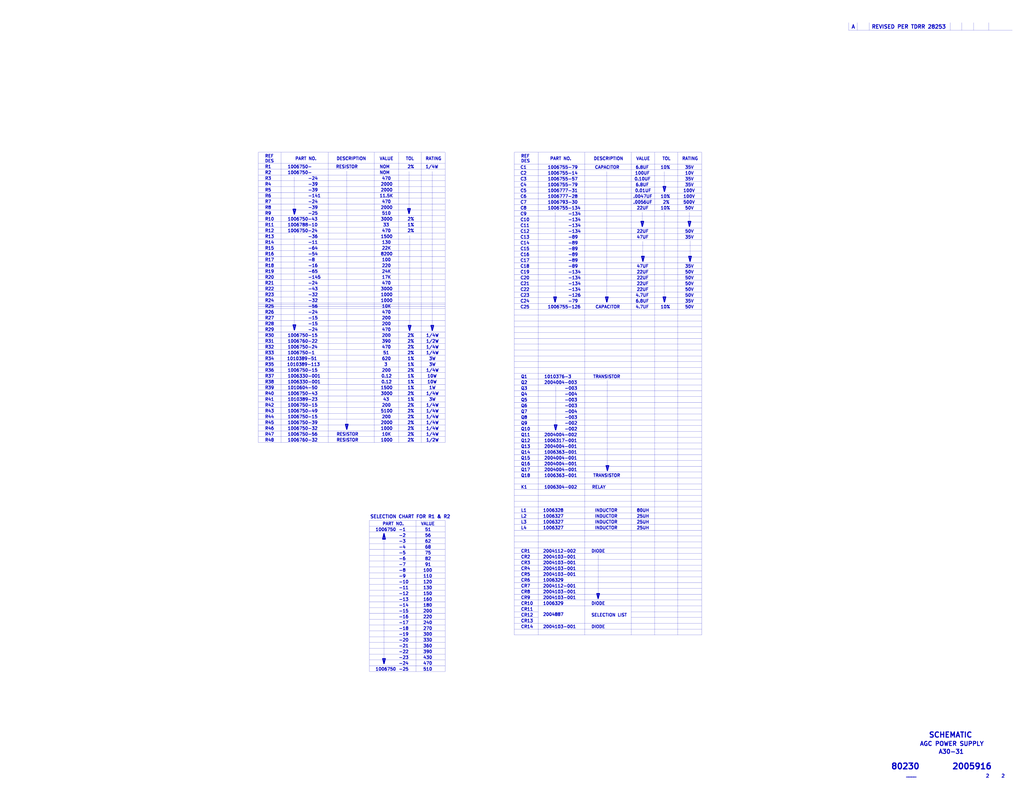
<source format=kicad_sch>
(kicad_sch (version 20211123) (generator eeschema)
  (paper "E")
  (polyline (pts (xy 714.375 693.42) (xy 714.375 166.37)) (stroke (width 0) (type solid)))
  (polyline (pts (xy 379.73 463.55) (xy 378.46 468.63)) (stroke (width 1.27) (type solid)))
  (polyline (pts (xy 281.94 318.135) (xy 485.775 318.135)) (stroke (width 0) (type solid)))
  (polyline (pts (xy 765.81 401.32) (xy 561.34 401.32)) (stroke (width 0) (type solid)))
  (polyline (pts (xy 447.04 257.175) (xy 447.04 361.315)) (stroke (width 0) (type solid)))
  (polyline (pts (xy 765.81 337.82) (xy 561.34 337.82)) (stroke (width 0) (type solid)))
  (polyline (pts (xy 403.225 669.925) (xy 485.775 669.925)) (stroke (width 0) (type solid)))
  (polyline (pts (xy 377.19 463.55) (xy 379.73 463.55)) (stroke (width 1.27) (type solid)))
  (polyline (pts (xy 281.94 470.535) (xy 485.775 470.535)) (stroke (width 0) (type solid)))
  (polyline (pts (xy 417.83 719.455) (xy 420.37 719.455)) (stroke (width 1.27) (type solid)))
  (polyline (pts (xy 765.81 585.47) (xy 561.34 585.47)) (stroke (width 0) (type solid)))
  (polyline (pts (xy 702.945 280.035) (xy 701.675 285.115)) (stroke (width 1.27) (type solid)))
  (polyline (pts (xy 403.225 619.125) (xy 485.775 619.125)) (stroke (width 0) (type solid)))
  (polyline (pts (xy 281.94 197.485) (xy 485.775 197.485)) (stroke (width 0) (type solid)))
  (polyline (pts (xy 445.135 227.965) (xy 446.405 233.045)) (stroke (width 1.27) (type solid)))
  (polyline (pts (xy 470.535 355.6) (xy 471.805 360.68)) (stroke (width 1.27) (type solid)))
  (polyline (pts (xy 403.225 714.375) (xy 485.775 714.375)) (stroke (width 0) (type solid)))
  (polyline (pts (xy 765.81 471.17) (xy 561.34 471.17)) (stroke (width 0) (type solid)))
  (polyline (pts (xy 751.84 280.035) (xy 753.11 285.115)) (stroke (width 1.27) (type solid)))
  (polyline (pts (xy 662.94 415.29) (xy 662.94 513.08)) (stroke (width 0) (type solid)))
  (polyline (pts (xy 281.94 305.435) (xy 485.775 305.435)) (stroke (width 0) (type solid)))
  (polyline (pts (xy 408.305 483.235) (xy 408.305 166.37)) (stroke (width 0) (type solid)))
  (polyline (pts (xy 281.94 413.385) (xy 485.775 413.385)) (stroke (width 0) (type solid)))
  (polyline (pts (xy 403.225 657.225) (xy 485.775 657.225)) (stroke (width 0) (type solid)))
  (polyline (pts (xy 485.775 733.425) (xy 485.775 568.325)) (stroke (width 0) (type solid)))
  (polyline (pts (xy 688.975 668.02) (xy 765.81 668.02)) (stroke (width 0) (type solid)))
  (polyline (pts (xy 752.475 231.775) (xy 752.475 247.015)) (stroke (width 0) (type solid)))
  (polyline (pts (xy 765.81 521.97) (xy 561.34 521.97)) (stroke (width 0) (type solid)))
  (polyline (pts (xy 281.94 381.635) (xy 485.775 381.635)) (stroke (width 0) (type solid)))
  (polyline (pts (xy 281.94 191.135) (xy 485.775 191.135)) (stroke (width 0) (type solid)))
  (polyline (pts (xy 403.225 688.975) (xy 485.775 688.975)) (stroke (width 0) (type solid)))
  (polyline (pts (xy 403.225 733.425) (xy 403.225 568.325)) (stroke (width 0) (type solid)))
  (polyline (pts (xy 765.81 547.37) (xy 561.34 547.37)) (stroke (width 0) (type solid)))
  (polyline (pts (xy 765.81 579.12) (xy 561.34 579.12)) (stroke (width 0) (type solid)))
  (polyline (pts (xy 765.81 553.72) (xy 561.34 553.72)) (stroke (width 0) (type solid)))
  (polyline (pts (xy 700.405 280.035) (xy 701.675 285.115)) (stroke (width 1.27) (type solid)))
  (polyline (pts (xy 281.94 394.335) (xy 485.775 394.335)) (stroke (width 0) (type solid)))
  (polyline (pts (xy 765.81 350.52) (xy 561.34 350.52)) (stroke (width 0) (type solid)))
  (polyline (pts (xy 403.225 638.175) (xy 485.775 638.175)) (stroke (width 0) (type solid)))
  (polyline (pts (xy 378.46 186.69) (xy 378.46 468.63)) (stroke (width 0) (type solid)))
  (polyline (pts (xy 281.94 324.485) (xy 485.775 324.485)) (stroke (width 0) (type solid)))
  (polyline (pts (xy 448.31 355.6) (xy 447.04 360.68)) (stroke (width 1.27) (type solid)))
  (polyline (pts (xy 661.67 508.635) (xy 662.94 513.715)) (stroke (width 1.27) (type solid)))
  (polyline (pts (xy 765.81 274.32) (xy 561.34 274.32)) (stroke (width 0) (type solid)))
  (polyline (pts (xy 1188.085 1697.99) (xy 1186.815 1692.91)) (stroke (width 1.27) (type solid)))
  (polyline (pts (xy 403.225 600.075) (xy 485.775 600.075)) (stroke (width 0) (type solid)))
  (polyline (pts (xy 765.81 598.17) (xy 561.34 598.17)) (stroke (width 0) (type solid)))
  (polyline (pts (xy 765.81 566.42) (xy 561.34 566.42)) (stroke (width 0) (type solid)))
  (polyline (pts (xy 765.81 223.52) (xy 561.34 223.52)) (stroke (width 0) (type solid)))
  (polyline (pts (xy 420.37 719.455) (xy 419.1 724.535)) (stroke (width 1.27) (type solid)))
  (polyline (pts (xy 765.81 623.57) (xy 561.34 623.57)) (stroke (width 0) (type solid)))
  (polyline (pts (xy 281.94 260.985) (xy 485.775 260.985)) (stroke (width 0) (type solid)))
  (polyline (pts (xy 605.79 231.775) (xy 605.79 330.2)) (stroke (width 0) (type solid)))
  (polyline (pts (xy 701.675 263.525) (xy 701.675 285.75)) (stroke (width 0) (type solid)))
  (polyline (pts (xy 445.135 227.965) (xy 447.675 227.965)) (stroke (width 1.27) (type solid)))
  (polyline (pts (xy 765.81 496.57) (xy 561.34 496.57)) (stroke (width 0) (type solid)))
  (polyline (pts (xy 281.94 349.885) (xy 485.775 349.885)) (stroke (width 0) (type solid)))
  (polyline (pts (xy 1188.085 1697.99) (xy 1185.545 1697.99)) (stroke (width 1.27) (type solid)))
  (polyline (pts (xy 485.775 166.37) (xy 485.775 483.235)) (stroke (width 0) (type solid)))
  (polyline (pts (xy 281.94 280.035) (xy 485.775 280.035)) (stroke (width 0) (type solid)))
  (polyline (pts (xy 403.225 708.025) (xy 485.775 708.025)) (stroke (width 0) (type solid)))
  (polyline (pts (xy 765.81 477.52) (xy 561.34 477.52)) (stroke (width 0) (type solid)))
  (polyline (pts (xy 320.04 228.6) (xy 321.31 233.68)) (stroke (width 1.27) (type solid)))
  (polyline (pts (xy 765.81 502.92) (xy 561.34 502.92)) (stroke (width 0) (type solid)))
  (polyline (pts (xy 306.705 483.235) (xy 306.705 166.37)) (stroke (width 0) (type solid)))
  (polyline (pts (xy 765.81 591.82) (xy 561.34 591.82)) (stroke (width 0) (type solid)))
  (polyline (pts (xy 561.34 166.37) (xy 765.81 166.37)) (stroke (width 0) (type solid)))
  (polyline (pts (xy 765.81 331.47) (xy 561.34 331.47)) (stroke (width 0) (type solid)))
  (polyline (pts (xy 765.81 407.67) (xy 561.34 407.67)) (stroke (width 0) (type solid)))
  (polyline (pts (xy 281.94 216.535) (xy 485.775 216.535)) (stroke (width 0) (type solid)))
  (polyline (pts (xy 281.94 375.285) (xy 485.775 375.285)) (stroke (width 0) (type solid)))
  (polyline (pts (xy 765.81 439.42) (xy 561.34 439.42)) (stroke (width 0) (type solid)))
  (polyline (pts (xy 446.405 187.325) (xy 446.405 233.68)) (stroke (width 0) (type solid)))
  (polyline (pts (xy 765.81 312.42) (xy 561.34 312.42)) (stroke (width 0) (type solid)))
  (polyline (pts (xy 281.94 248.285) (xy 485.775 248.285)) (stroke (width 0) (type solid)))
  (polyline (pts (xy 765.81 560.07) (xy 561.34 560.07)) (stroke (width 0) (type solid)))
  (polyline (pts (xy 403.225 733.425) (xy 485.775 733.425)) (stroke (width 0) (type solid)))
  (polyline (pts (xy 765.81 414.02) (xy 561.34 414.02)) (stroke (width 0) (type solid)))
  (polyline (pts (xy 663.575 324.485) (xy 662.305 329.565)) (stroke (width 1.27) (type solid)))
  (polyline (pts (xy 281.94 299.085) (xy 485.775 299.085)) (stroke (width 0) (type solid)))
  (polyline (pts (xy 739.775 166.37) (xy 739.775 693.42)) (stroke (width 0) (type solid)))
  (polyline (pts (xy 765.81 236.22) (xy 561.34 236.22)) (stroke (width 0) (type solid)))
  (polyline (pts (xy 587.375 166.37) (xy 587.375 693.42)) (stroke (width 0) (type solid)))
  (polyline (pts (xy 654.05 648.335) (xy 652.78 653.415)) (stroke (width 1.27) (type solid)))
  (polyline (pts (xy 661.035 324.485) (xy 662.305 329.565)) (stroke (width 1.27) (type solid)))
  (polyline (pts (xy 281.94 368.935) (xy 485.775 368.935)) (stroke (width 0) (type solid)))
  (polyline (pts (xy 765.81 655.32) (xy 561.34 655.32)) (stroke (width 0) (type solid)))
  (polyline (pts (xy 281.94 178.435) (xy 485.775 178.435)) (stroke (width 0) (type solid)))
  (polyline (pts (xy 765.81 325.12) (xy 561.34 325.12)) (stroke (width 0) (type solid)))
  (polyline (pts (xy 281.94 273.685) (xy 485.775 273.685)) (stroke (width 0) (type solid)))
  (polyline (pts (xy 765.81 541.02) (xy 561.34 541.02)) (stroke (width 0) (type solid)))
  (polyline (pts (xy 281.94 343.535) (xy 485.775 343.535)) (stroke (width 0) (type solid)))
  (polyline (pts (xy 765.81 356.87) (xy 561.34 356.87)) (stroke (width 0) (type solid)))
  (polyline (pts (xy 358.14 166.37) (xy 358.14 483.235)) (stroke (width 0) (type solid)))
  (polyline (pts (xy 417.83 588.645) (xy 420.37 588.645)) (stroke (width 1.27) (type solid)))
  (polyline (pts (xy 419.1 582.93) (xy 417.83 588.645)) (stroke (width 1.27) (type solid)))
  (polyline (pts (xy 765.81 388.62) (xy 561.34 388.62)) (stroke (width 0) (type solid)))
  (polyline (pts (xy 281.94 483.235) (xy 485.775 483.235)) (stroke (width 0) (type solid)))
  (polyline (pts (xy 403.225 682.625) (xy 485.775 682.625)) (stroke (width 0) (type solid)))
  (polyline (pts (xy 281.94 432.435) (xy 485.775 432.435)) (stroke (width 0) (type solid)))
  (polyline (pts (xy 765.81 293.37) (xy 561.34 293.37)) (stroke (width 0) (type solid)))
  (polyline (pts (xy 281.94 334.645) (xy 485.775 334.645)) (stroke (width 0) (type solid)))
  (polyline (pts (xy 765.81 483.87) (xy 561.34 483.87)) (stroke (width 0) (type solid)))
  (polyline (pts (xy 281.94 286.385) (xy 485.775 286.385)) (stroke (width 0) (type solid)))
  (polyline (pts (xy 403.225 568.325) (xy 485.775 568.325)) (stroke (width 0) (type solid)))
  (polyline (pts (xy 765.81 617.22) (xy 561.34 617.22)) (stroke (width 0) (type solid)))
  (polyline (pts (xy 1037.1074 32.9946) (xy 1037.1074 24.7142)) (stroke (width 0.1524) (type solid)))
  (polyline (pts (xy 403.225 612.775) (xy 485.775 612.775)) (stroke (width 0) (type solid)))
  (polyline (pts (xy 281.94 337.185) (xy 485.775 337.185)) (stroke (width 0) (type solid)))
  (polyline (pts (xy 765.81 255.27) (xy 561.34 255.27)) (stroke (width 0) (type solid)))
  (polyline (pts (xy 281.94 235.585) (xy 485.775 235.585)) (stroke (width 0) (type solid)))
  (polyline (pts (xy 765.81 369.57) (xy 561.34 369.57)) (stroke (width 0) (type solid)))
  (polyline (pts (xy 765.81 433.07) (xy 561.34 433.07)) (stroke (width 0) (type solid)))
  (polyline (pts (xy 604.52 324.485) (xy 607.06 324.485)) (stroke (width 1.27) (type solid)))
  (polyline (pts (xy 281.94 210.185) (xy 485.775 210.185)) (stroke (width 0) (type solid)))
  (polyline (pts (xy 765.81 229.87) (xy 561.34 229.87)) (stroke (width 0) (type solid)))
  (polyline (pts (xy 1062.5074 33.02) (xy 1062.5074 24.7396)) (stroke (width 0.1524) (type solid)))
  (polyline (pts (xy 765.81 318.77) (xy 561.34 318.77)) (stroke (width 0) (type solid)))
  (polyline (pts (xy 765.81 363.22) (xy 561.34 363.22)) (stroke (width 0) (type solid)))
  (polyline (pts (xy 765.81 344.17) (xy 561.34 344.17)) (stroke (width 0) (type solid)))
  (polyline (pts (xy 403.225 727.075) (xy 485.775 727.075)) (stroke (width 0) (type solid)))
  (polyline (pts (xy 377.19 463.55) (xy 378.46 468.63)) (stroke (width 1.27) (type solid)))
  (polyline (pts (xy 607.695 464.185) (xy 606.425 469.265)) (stroke (width 1.27) (type solid)))
  (polyline (pts (xy 651.51 648.335) (xy 652.78 653.415)) (stroke (width 1.27) (type solid)))
  (polyline (pts (xy 754.38 280.035) (xy 753.11 285.115)) (stroke (width 1.27) (type solid)))
  (polyline (pts (xy 561.34 668.02) (xy 587.375 668.02)) (stroke (width 0) (type solid)))
  (polyline (pts (xy 726.44 324.485) (xy 725.17 329.565)) (stroke (width 1.27) (type solid)))
  (polyline (pts (xy 765.81 604.52) (xy 561.34 604.52)) (stroke (width 0) (type solid)))
  (polyline (pts (xy 445.77 355.6) (xy 448.31 355.6)) (stroke (width 1.27) (type solid)))
  (polyline (pts (xy 281.94 451.485) (xy 485.775 451.485)) (stroke (width 0) (type solid)))
  (polyline (pts (xy 723.9 203.835) (xy 726.44 203.835)) (stroke (width 1.27) (type solid)))
  (polyline (pts (xy 638.175 693.42) (xy 638.175 166.37)) (stroke (width 0) (type solid)))
  (polyline (pts (xy 765.81 680.72) (xy 561.34 680.72)) (stroke (width 0) (type solid)))
  (polyline (pts (xy 281.94 166.37) (xy 485.775 166.37)) (stroke (width 0) (type solid)))
  (polyline (pts (xy 751.84 280.035) (xy 754.38 280.035)) (stroke (width 1.27) (type solid)))
  (polyline (pts (xy 765.81 490.22) (xy 561.34 490.22)) (stroke (width 0) (type solid)))
  (polyline (pts (xy 403.225 581.025) (xy 485.775 581.025)) (stroke (width 0) (type solid)))
  (polyline (pts (xy 765.81 648.97) (xy 561.34 648.97)) (stroke (width 0) (type solid)))
  (polyline (pts (xy 765.81 515.62) (xy 561.34 515.62)) (stroke (width 0) (type solid)))
  (polyline (pts (xy 723.9 324.485) (xy 725.17 329.565)) (stroke (width 1.27) (type solid)))
  (polyline (pts (xy 321.31 193.04) (xy 321.31 233.68)) (stroke (width 0) (type solid)))
  (polyline (pts (xy 445.77 355.6) (xy 447.04 360.68)) (stroke (width 1.27) (type solid)))
  (polyline (pts (xy 765.81 375.92) (xy 561.34 375.92)) (stroke (width 0) (type solid)))
  (polyline (pts (xy 765.81 426.72) (xy 561.34 426.72)) (stroke (width 0) (type solid)))
  (polyline (pts (xy 561.34 693.42) (xy 561.34 166.37)) (stroke (width 0) (type solid)))
  (polyline (pts (xy 926.1094 33.02) (xy 926.1094 24.765)) (stroke (width 0.1524) (type solid)))
  (polyline (pts (xy 726.44 203.835) (xy 725.17 208.915)) (stroke (width 1.27) (type solid)))
  (polyline (pts (xy 473.075 355.6) (xy 471.805 360.68)) (stroke (width 1.27) (type solid)))
  (polyline (pts (xy 700.405 280.035) (xy 702.945 280.035)) (stroke (width 1.27) (type solid)))
  (polyline (pts (xy 651.51 648.335) (xy 654.05 648.335)) (stroke (width 1.27) (type solid)))
  (polyline (pts (xy 403.225 593.725) (xy 485.775 593.725)) (stroke (width 0) (type solid)))
  (polyline (pts (xy 281.94 476.885) (xy 485.775 476.885)) (stroke (width 0) (type solid)))
  (polyline (pts (xy 699.77 241.935) (xy 701.04 247.015)) (stroke (width 1.27) (type solid)))
  (polyline (pts (xy 434.975 166.37) (xy 434.975 483.235)) (stroke (width 0) (type solid)))
  (polyline (pts (xy 281.94 203.835) (xy 485.775 203.835)) (stroke (width 0) (type solid)))
  (polyline (pts (xy 725.17 231.775) (xy 725.17 329.565)) (stroke (width 0) (type solid)))
  (polyline (pts (xy 765.81 642.62) (xy 561.34 642.62)) (stroke (width 0) (type solid)))
  (polyline (pts (xy 1104.9 33.02) (xy 926.1094 33.02)) (stroke (width 0.1524) (type solid)))
  (polyline (pts (xy 281.94 426.085) (xy 485.775 426.085)) (stroke (width 0) (type solid)))
  (polyline (pts (xy 604.52 324.485) (xy 605.79 329.565)) (stroke (width 1.27) (type solid)))
  (polyline (pts (xy 688.975 674.37) (xy 765.81 674.37)) (stroke (width 0) (type solid)))
  (polyline (pts (xy 765.81 509.27) (xy 561.34 509.27)) (stroke (width 0) (type solid)))
  (polyline (pts (xy 765.81 636.27) (xy 561.34 636.27)) (stroke (width 0) (type solid)))
  (polyline (pts (xy 281.94 387.985) (xy 485.775 387.985)) (stroke (width 0) (type solid)))
  (polyline (pts (xy 281.94 330.835) (xy 485.775 330.835)) (stroke (width 0) (type solid)))
  (polyline (pts (xy 1185.545 1697.99) (xy 1186.815 1692.91)) (stroke (width 1.27) (type solid)))
  (polyline (pts (xy 403.225 644.525) (xy 485.775 644.525)) (stroke (width 0) (type solid)))
  (polyline (pts (xy 765.81 629.92) (xy 561.34 629.92)) (stroke (width 0) (type solid)))
  (polyline (pts (xy 281.94 438.785) (xy 485.775 438.785)) (stroke (width 0) (type solid)))
  (polyline (pts (xy 471.805 187.325) (xy 471.805 361.315)) (stroke (width 0) (type solid)))
  (polyline (pts (xy 765.81 534.67) (xy 561.34 534.67)) (stroke (width 0) (type solid)))
  (polyline (pts (xy 765.81 267.97) (xy 561.34 267.97)) (stroke (width 0) (type solid)))
  (polyline (pts (xy 403.225 631.825) (xy 485.775 631.825)) (stroke (width 0) (type solid)))
  (polyline (pts (xy 281.94 356.235) (xy 485.775 356.235)) (stroke (width 0) (type solid)))
  (polyline (pts (xy 403.225 574.675) (xy 485.775 574.675)) (stroke (width 0) (type solid)))
  (polyline (pts (xy 765.81 191.77) (xy 561.34 191.77)) (stroke (width 0) (type solid)))
  (polyline (pts (xy 765.81 261.62) (xy 561.34 261.62)) (stroke (width 0) (type solid)))
  (polyline (pts (xy 948.69 33.02) (xy 948.69 24.7396)) (stroke (width 0.1524) (type solid)))
  (polyline (pts (xy 662.305 187.325) (xy 662.305 329.565)) (stroke (width 0) (type solid)))
  (polyline (pts (xy 281.94 311.785) (xy 485.775 311.785)) (stroke (width 0) (type solid)))
  (polyline (pts (xy 281.94 445.135) (xy 485.775 445.135)) (stroke (width 0) (type solid)))
  (polyline (pts (xy 403.225 676.275) (xy 485.775 676.275)) (stroke (width 0) (type solid)))
  (polyline (pts (xy 688.975 166.37) (xy 688.975 693.42)) (stroke (width 0) (type solid)))
  (polyline (pts (xy 765.81 382.27) (xy 561.34 382.27)) (stroke (width 0) (type solid)))
  (polyline (pts (xy 281.94 292.735) (xy 485.775 292.735)) (stroke (width 0) (type solid)))
  (polyline (pts (xy 765.81 445.77) (xy 561.34 445.77)) (stroke (width 0) (type solid)))
  (polyline (pts (xy 605.155 464.185) (xy 607.695 464.185)) (stroke (width 1.27) (type solid)))
  (polyline (pts (xy 702.31 241.935) (xy 701.04 247.015)) (stroke (width 1.27) (type solid)))
  (polyline (pts (xy 420.37 588.645) (xy 419.1 582.93)) (stroke (width 1.27) (type solid)))
  (polyline (pts (xy 765.81 287.02) (xy 561.34 287.02)) (stroke (width 0) (type solid)))
  (polyline (pts (xy 281.94 464.185) (xy 485.775 464.185)) (stroke (width 0) (type solid)))
  (polyline (pts (xy 765.81 217.17) (xy 561.34 217.17)) (stroke (width 0) (type solid)))
  (polyline (pts (xy 281.94 362.585) (xy 485.775 362.585)) (stroke (width 0) (type solid)))
  (polyline (pts (xy 765.81 687.07) (xy 561.34 687.07)) (stroke (width 0) (type solid)))
  (polyline (pts (xy 701.04 231.775) (xy 701.04 246.38)) (stroke (width 0) (type solid)))
  (polyline (pts (xy 417.83 719.455) (xy 419.1 724.535)) (stroke (width 1.27) (type solid)))
  (polyline (pts (xy 403.225 606.425) (xy 485.775 606.425)) (stroke (width 0) (type solid)))
  (polyline (pts (xy 753.745 241.935) (xy 752.475 247.015)) (stroke (width 1.27) (type solid)))
  (polyline (pts (xy 281.94 222.885) (xy 485.775 222.885)) (stroke (width 0) (type solid)))
  (polyline (pts (xy 1078.992 33.02) (xy 1078.992 24.7396)) (stroke (width 0.1524) (type solid)))
  (polyline (pts (xy 751.205 241.935) (xy 752.475 247.015)) (stroke (width 1.27) (type solid)))
  (polyline (pts (xy 281.94 166.37) (xy 281.94 483.235)) (stroke (width 0) (type solid)))
  (polyline (pts (xy 320.04 354.965) (xy 321.31 360.045)) (stroke (width 1.27) (type solid)))
  (polyline (pts (xy 753.11 262.89) (xy 753.11 285.75)) (stroke (width 0) (type solid)))
  (polyline (pts (xy 322.58 354.965) (xy 321.31 360.045)) (stroke (width 1.27) (type solid)))
  (polyline (pts (xy 281.94 400.685) (xy 485.775 400.685)) (stroke (width 0) (type solid)))
  (polyline (pts (xy 561.34 179.07) (xy 765.81 179.07)) (stroke (width 0) (type solid)))
  (polyline (pts (xy 765.81 394.97) (xy 561.34 394.97)) (stroke (width 0) (type solid)))
  (polyline (pts (xy 765.81 458.47) (xy 561.34 458.47)) (stroke (width 0) (type solid)))
  (polyline (pts (xy 765.81 528.32) (xy 561.34 528.32)) (stroke (width 0) (type solid)))
  (polyline (pts (xy 281.94 254.635) (xy 485.775 254.635)) (stroke (width 0) (type solid)))
  (polyline (pts (xy 606.425 421.64) (xy 606.425 467.995)) (stroke (width 0) (type solid)))
  (polyline (pts (xy 723.9 203.835) (xy 725.17 208.915)) (stroke (width 1.27) (type solid)))
  (polyline (pts (xy 725.17 187.325) (xy 725.17 208.915)) (stroke (width 0) (type solid)))
  (polyline (pts (xy 765.81 166.37) (xy 765.81 693.42)) (stroke (width 0) (type solid)))
  (polyline (pts (xy 765.81 661.67) (xy 561.34 661.67)) (stroke (width 0) (type solid)))
  (polyline (pts (xy 699.77 241.935) (xy 702.31 241.935)) (stroke (width 1.27) (type solid)))
  (polyline (pts (xy 320.04 228.6) (xy 322.58 228.6)) (stroke (width 1.27) (type solid)))
  (polyline (pts (xy 664.21 508.635) (xy 662.94 513.715)) (stroke (width 1.27) (type solid)))
  (polyline (pts (xy 321.31 256.54) (xy 321.31 361.315)) (stroke (width 0) (type solid)))
  (polyline (pts (xy 935.7106 33.02) (xy 935.7106 24.765)) (stroke (width 0.1524) (type solid)))
  (polyline (pts (xy 281.94 184.785) (xy 485.775 184.785)) (stroke (width 0) (type solid)))
  (polyline (pts (xy 281.94 419.735) (xy 485.775 419.735)) (stroke (width 0) (type solid)))
  (polyline (pts (xy 281.94 241.935) (xy 485.775 241.935)) (stroke (width 0) (type solid)))
  (polyline (pts (xy 605.155 464.185) (xy 606.425 469.265)) (stroke (width 1.27) (type solid)))
  (polyline (pts (xy 765.81 204.47) (xy 561.34 204.47)) (stroke (width 0) (type solid)))
  (polyline (pts (xy 765.81 693.42) (xy 561.34 693.42)) (stroke (width 0) (type solid)))
  (polyline (pts (xy 403.225 650.875) (xy 485.775 650.875)) (stroke (width 0) (type solid)))
  (polyline (pts (xy 765.81 306.07) (xy 561.34 306.07)) (stroke (width 0) (type solid)))
  (polyline (pts (xy 765.81 572.77) (xy 561.34 572.77)) (stroke (width 0) (type solid)))
  (polyline (pts (xy 765.81 610.87) (xy 561.34 610.87)) (stroke (width 0) (type solid)))
  (polyline (pts (xy 470.535 355.6) (xy 473.075 355.6)) (stroke (width 1.27) (type solid)))
  (polyline (pts (xy 561.34 674.37) (xy 587.375 674.37)) (stroke (width 0) (type solid)))
  (polyline (pts (xy 765.81 280.67) (xy 561.34 280.67)) (stroke (width 0) (type solid)))
  (polyline (pts (xy 454.025 568.325) (xy 454.025 733.425)) (stroke (width 0) (type solid)))
  (polyline (pts (xy 765.81 248.92) (xy 561.34 248.92)) (stroke (width 0) (type solid)))
  (polyline (pts (xy 281.94 267.335) (xy 485.775 267.335)) (stroke (width 0) (type solid)))
  (polyline (pts (xy 652.78 605.79) (xy 652.78 653.415)) (stroke (width 0) (type solid)))
  (polyline (pts (xy 281.94 457.835) (xy 485.775 457.835)) (stroke (width 0) (type solid)))
  (polyline (pts (xy 281.94 407.035) (xy 485.775 407.035)) (stroke (width 0) (type solid)))
  (polyline (pts (xy 281.94 229.235) (xy 485.775 229.235)) (stroke (width 0) (type solid)))
  (polyline (pts (xy 723.9 324.485) (xy 726.44 324.485)) (stroke (width 1.27) (type solid)))
  (polyline (pts (xy 403.225 695.325) (xy 485.775 695.325)) (stroke (width 0) (type solid)))
  (polyline (pts (xy 403.225 701.675) (xy 485.775 701.675)) (stroke (width 0) (type solid)))
  (polyline (pts (xy 765.81 464.82) (xy 561.34 464.82)) (stroke (width 0) (type solid)))
  (polyline (pts (xy 765.81 210.82) (xy 561.34 210.82)) (stroke (width 0) (type solid)))
  (polyline (pts (xy 765.81 185.42) (xy 561.34 185.42)) (stroke (width 0) (type solid)))
  (polyline (pts (xy 1049.8074 33.02) (xy 1049.8074 24.7396)) (stroke (width 0.1524) (type solid)))
  (polyline (pts (xy 403.225 663.575) (xy 485.775 663.575)) (stroke (width 0) (type solid)))
  (polyline (pts (xy 459.74 483.235) (xy 459.74 166.37)) (stroke (width 0) (type solid)))
  (polyline (pts (xy 765.81 242.57) (xy 561.34 242.57)) (stroke (width 0) (type solid)))
  (polyline (pts (xy 320.04 354.965) (xy 322.58 354.965)) (stroke (width 1.27) (type solid)))
  (polyline (pts (xy 322.58 228.6) (xy 321.31 233.68)) (stroke (width 1.27) (type solid)))
  (polyline (pts (xy 765.81 420.37) (xy 561.34 420.37)) (stroke (width 0) (type solid)))
  (polyline (pts (xy 607.06 324.485) (xy 605.79 329.565)) (stroke (width 1.27) (type solid)))
  (polyline (pts (xy 447.675 227.965) (xy 446.405 233.045)) (stroke (width 1.27) (type solid)))
  (polyline (pts (xy 661.67 508.635) (xy 664.21 508.635)) (stroke (width 1.27) (type solid)))
  (polyline (pts (xy 765.81 198.12) (xy 561.34 198.12)) (stroke (width 0) (type solid)))
  (polyline (pts (xy 403.225 587.375) (xy 485.775 587.375)) (stroke (width 0) (type solid)))
  (polyline (pts (xy 403.225 720.725) (xy 485.775 720.725)) (stroke (width 0) (type solid)))
  (polyline (pts (xy 765.81 452.12) (xy 561.34 452.12)) (stroke (width 0) (type solid)))
  (polyline (pts (xy 403.225 625.475) (xy 485.775 625.475)) (stroke (width 0) (type solid)))
  (polyline (pts (xy 485.775 332.74) (xy 281.94 332.74)) (stroke (width 0) (type solid)))
  (polyline (pts (xy 751.205 241.935) (xy 753.745 241.935)) (stroke (width 1.27) (type solid)))
  (polyline (pts (xy 661.035 324.485) (xy 663.575 324.485)) (stroke (width 1.27) (type solid)))
  (polyline (pts (xy 419.1 582.93) (xy 419.1 724.535)) (stroke (width 0) (type solid)))
  (polyline (pts (xy 765.81 299.72) (xy 561.34 299.72)) (stroke (width 0) (type solid)))
  (text "360" (at 461.645 707.39 0) (effects (font (size 3.302 3.302) (thickness 0.6604) bold) (justify left bottom)))
  (text "3000" (at 415.29 241.3 0) (effects (font (size 3.302 3.302) (thickness 0.6604) bold) (justify left bottom)))
  (text "Q4" (at 568.325 432.435 0) (effects (font (size 3.302 3.302) (thickness 0.6604) bold) (justify left bottom)))
  (text "3000" (at 415.29 317.5 0) (effects (font (size 3.302 3.302) (thickness 0.6604) bold) (justify left bottom)))
  (text "2%" (at 444.5 381 0) (effects (font (size 3.302 3.302) (thickness 0.6604) bold) (justify left bottom)))
  (text "R33" (at 288.925 387.35 0) (effects (font (size 3.302 3.302) (thickness 0.6604) bold) (justify left bottom)))
  (text "200" (at 416.56 406.4 0) (effects (font (size 3.302 3.302) (thickness 0.6604) bold) (justify left bottom)))
  (text "R28" (at 288.925 355.6 0) (effects (font (size 3.302 3.302) (thickness 0.6604) bold) (justify left bottom)))
  (text "R44" (at 288.925 457.2 0) (effects (font (size 3.302 3.302) (thickness 0.6604) bold) (justify left bottom)))
  (text "DIODE" (at 645.16 686.435 0) (effects (font (size 3.302 3.302) (thickness 0.6604) bold) (justify left bottom)))
  (text "51" (at 463.55 580.39 0) (effects (font (size 3.302 3.302) (thickness 0.6604) bold) (justify left bottom)))
  (text "1006750-15" (at 313.69 457.2 0) (effects (font (size 3.302 3.302) (thickness 0.6604) bold) (justify left bottom)))
  (text "10K" (at 416.56 476.25 0) (effects (font (size 3.302 3.302) (thickness 0.6604) bold) (justify left bottom)))
  (text "1006788-10" (at 313.69 247.65 0) (effects (font (size 3.302 3.302) (thickness 0.6604) bold) (justify left bottom)))
  (text "35V" (at 747.395 203.835 0) (effects (font (size 3.302 3.302) (thickness 0.6604) bold) (justify left bottom)))
  (text "R22" (at 288.925 317.5 0) (effects (font (size 3.302 3.302) (thickness 0.6604) bold) (justify left bottom)))
  (text "Q1" (at 568.325 413.385 0) (effects (font (size 3.302 3.302) (thickness 0.6604) bold) (justify left bottom)))
  (text "R36" (at 288.925 406.4 0) (effects (font (size 3.302 3.302) (thickness 0.6604) bold) (justify left bottom)))
  (text "Q14" (at 568.325 495.935 0) (effects (font (size 3.302 3.302) (thickness 0.6604) bold) (justify left bottom)))
  (text "Q17" (at 568.325 514.985 0) (effects (font (size 3.302 3.302) (thickness 0.6604) bold) (justify left bottom)))
  (text "470" (at 416.56 254 0) (effects (font (size 3.302 3.302) (thickness 0.6604) bold) (justify left bottom)))
  (text "-1" (at 434.975 580.39 0) (effects (font (size 3.302 3.302) (thickness 0.6604) bold) (justify left bottom)))
  (text "-18" (at 434.975 688.34 0) (effects (font (size 3.302 3.302) (thickness 0.6604) bold) (justify left bottom)))
  (text "-39" (at 335.915 209.55 0) (effects (font (size 3.302 3.302) (thickness 0.6604) bold) (justify left bottom)))
  (text "-8" (at 335.915 285.75 0) (effects (font (size 3.302 3.302) (thickness 0.6604) bold) (justify left bottom)))
  (text "Q7" (at 568.325 451.485 0) (effects (font (size 3.302 3.302) (thickness 0.6604) bold) (justify left bottom)))
  (text "R6" (at 288.925 215.9 0) (effects (font (size 3.302 3.302) (thickness 0.6604) bold) (justify left bottom)))
  (text "2004004-003" (at 593.725 419.735 0) (effects (font (size 3.302 3.302) (thickness 0.6604) bold) (justify left bottom)))
  (text "1/4W" (at 464.82 463.55 0) (effects (font (size 3.302 3.302) (thickness 0.6604) bold) (justify left bottom)))
  (text "____" (at 988.695 848.995 0) (effects (font (size 3.556 3.556) (thickness 0.7112) bold) (justify left bottom)))
  (text "CR10" (at 568.325 661.035 0) (effects (font (size 3.302 3.302) (thickness 0.6604) bold) (justify left bottom)))
  (text "2000" (at 415.29 203.2 0) (effects (font (size 3.302 3.302) (thickness 0.6604) bold) (justify left bottom)))
  (text "180" (at 461.645 662.94 0) (effects (font (size 3.302 3.302) (thickness 0.6604) bold) (justify left bottom)))
  (text "C21" (at 567.69 311.785 0) (effects (font (size 3.302 3.302) (thickness 0.6604) bold) (justify left bottom)))
  (text "3W" (at 467.995 438.15 0) (effects (font (size 3.302 3.302) (thickness 0.6604) bold) (justify left bottom)))
  (text "330" (at 461.645 701.04 0) (effects (font (size 3.302 3.302) (thickness 0.6604) bold) (justify left bottom)))
  (text "TOL" (at 722.63 175.26 0) (effects (font (size 3.302 3.302) (thickness 0.6604) bold) (justify left bottom)))
  (text "DESCRIPTION" (at 367.03 175.26 0) (effects (font (size 3.302 3.302) (thickness 0.6604) bold) (justify left bottom)))
  (text "VALUE" (at 459.105 574.04 0) (effects (font (size 3.302 3.302) (thickness 0.6604) bold) (justify left bottom)))
  (text "-145" (at 335.915 304.8 0) (effects (font (size 3.302 3.302) (thickness 0.6604) bold) (justify left bottom)))
  (text "Q15" (at 568.325 502.285 0) (effects (font (size 3.302 3.302) (thickness 0.6604) bold) (justify left bottom)))
  (text "-003" (at 615.95 438.785 0) (effects (font (size 3.302 3.302) (thickness 0.6604) bold) (justify left bottom)))
  (text "1006750-" (at 313.69 241.3 0) (effects (font (size 3.302 3.302) (thickness 0.6604) bold) (justify left bottom)))
  (text "Q18" (at 568.325 521.335 0) (effects (font (size 3.302 3.302) (thickness 0.6604) bold) (justify left bottom)))
  (text "-002" (at 615.95 470.535 0) (effects (font (size 3.302 3.302) (thickness 0.6604) bold) (justify left bottom)))
  (text "-004" (at 615.95 432.435 0) (effects (font (size 3.302 3.302) (thickness 0.6604) bold) (justify left bottom)))
  (text "R5" (at 288.925 209.55 0) (effects (font (size 3.302 3.302) (thickness 0.6604) bold) (justify left bottom)))
  (text "1006750-24" (at 313.69 381 0) (effects (font (size 3.302 3.302) (thickness 0.6604) bold) (justify left bottom)))
  (text "1/4W" (at 464.82 469.9 0) (effects (font (size 3.302 3.302) (thickness 0.6604) bold) (justify left bottom)))
  (text "R3" (at 288.925 196.85 0) (effects (font (size 3.302 3.302) (thickness 0.6604) bold) (justify left bottom)))
  (text "6.8UF" (at 693.42 184.785 0) (effects (font (size 3.302 3.302) (thickness 0.6604) bold) (justify left bottom)))
  (text "130" (at 416.56 266.7 0) (effects (font (size 3.302 3.302) (thickness 0.6604) bold) (justify left bottom)))
  (text "91" (at 463.55 618.49 0) (effects (font (size 3.302 3.302) (thickness 0.6604) bold) (justify left bottom)))
  (text "2004004-001" (at 593.725 489.585 0) (effects (font (size 3.302 3.302) (thickness 0.6604) bold) (justify left bottom)))
  (text "1006750-43" (at 313.69 431.8 0) (effects (font (size 3.302 3.302) (thickness 0.6604) bold) (justify left bottom)))
  (text "68" (at 463.55 599.44 0) (effects (font (size 3.302 3.302) (thickness 0.6604) bold) (justify left bottom)))
  (text "R32" (at 288.925 381 0) (effects (font (size 3.302 3.302) (thickness 0.6604) bold) (justify left bottom)))
  (text "-17" (at 434.975 681.99 0) (effects (font (size 3.302 3.302) (thickness 0.6604) bold) (justify left bottom)))
  (text "R24" (at 288.925 330.2 0) (effects (font (size 3.302 3.302) (thickness 0.6604) bold) (justify left bottom)))
  (text "1006750-" (at 313.69 190.5 0) (effects (font (size 3.302 3.302) (thickness 0.6604) bold) (justify left bottom)))
  (text "2004103-001" (at 592.455 648.335 0) (effects (font (size 3.302 3.302) (thickness 0.6604) bold) (justify left bottom)))
  (text "-134" (at 619.76 241.935 0) (effects (font (size 3.302 3.302) (thickness 0.6604) bold) (justify left bottom)))
  (text "CR8" (at 568.325 648.335 0) (effects (font (size 3.302 3.302) (thickness 0.6604) bold) (justify left bottom)))
  (text "INDUCTOR" (at 648.97 572.135 0) (effects (font (size 3.302 3.302) (thickness 0.6604) bold) (justify left bottom)))
  (text "1W" (at 467.995 425.45 0) (effects (font (size 3.302 3.302) (thickness 0.6604) bold) (justify left bottom)))
  (text ".0047UF" (at 690.88 216.535 0) (effects (font (size 3.302 3.302) (thickness 0.6604) bold) (justify left bottom)))
  (text "1010389-23" (at 313.69 438.15 0) (effects (font (size 3.302 3.302) (thickness 0.6604) bold) (justify left bottom)))
  (text "2004103-001" (at 592.455 654.685 0) (effects (font (size 3.302 3.302) (thickness 0.6604) bold) (justify left bottom)))
  (text "22K" (at 416.56 273.05 0) (effects (font (size 3.302 3.302) (thickness 0.6604) bold) (justify left bottom)))
  (text "1%" (at 444.5 438.15 0) (effects (font (size 3.302 3.302) (thickness 0.6604) bold) (justify left bottom)))
  (text "2%" (at 444.5 476.25 0) (effects (font (size 3.302 3.302) (thickness 0.6604) bold) (justify left bottom)))
  (text "300" (at 461.645 694.69 0) (effects (font (size 3.302 3.302) (thickness 0.6604) bold) (justify left bottom)))
  (text "Q8" (at 568.325 457.835 0) (effects (font (size 3.302 3.302) (thickness 0.6604) bold) (justify left bottom)))
  (text "R2" (at 288.925 190.5 0) (effects (font (size 3.302 3.302) (thickness 0.6604) bold) (justify left bottom)))
  (text "-20" (at 434.975 701.04 0) (effects (font (size 3.302 3.302) (thickness 0.6604) bold) (justify left bottom)))
  (text "C25" (at 567.69 337.185 0) (effects (font (size 3.302 3.302) (thickness 0.6604) bold) (justify left bottom)))
  (text "1006755-14" (at 597.535 191.135 0) (effects (font (size 3.302 3.302) (thickness 0.6604) bold) (justify left bottom)))
  (text "1/4W" (at 464.82 431.8 0) (effects (font (size 3.302 3.302) (thickness 0.6604) bold) (justify left bottom)))
  (text "R41" (at 288.925 438.15 0) (effects (font (size 3.302 3.302) (thickness 0.6604) bold) (justify left bottom)))
  (text "25UH" (at 694.69 572.135 0) (effects (font (size 3.302 3.302) (thickness 0.6604) bold) (justify left bottom)))
  (text "-16" (at 434.975 675.64 0) (effects (font (size 3.302 3.302) (thickness 0.6604) bold) (justify left bottom)))
  (text "22UF" (at 694.69 311.785 0) (effects (font (size 3.302 3.302) (thickness 0.6604) bold) (justify left bottom)))
  (text "-134" (at 619.76 235.585 0) (effects (font (size 3.302 3.302) (thickness 0.6604) bold) (justify left bottom)))
  (text "22UF" (at 694.69 254.635 0) (effects (font (size 3.302 3.302) (thickness 0.6604) bold) (justify left bottom)))
  (text "-4" (at 434.975 599.44 0) (effects (font (size 3.302 3.302) (thickness 0.6604) bold) (justify left bottom)))
  (text "C16" (at 567.69 280.035 0) (effects (font (size 3.302 3.302) (thickness 0.6604) bold) (justify left bottom)))
  (text "200" (at 461.645 669.29 0) (effects (font (size 3.302 3.302) (thickness 0.6604) bold) (justify left bottom)))
  (text "2%" (at 444.5 374.65 0) (effects (font (size 3.302 3.302) (thickness 0.6604) bold) (justify left bottom)))
  (text "R9" (at 288.925 234.95 0) (effects (font (size 3.302 3.302) (thickness 0.6604) bold) (justify left bottom)))
  (text "80UH" (at 694.69 559.435 0) (effects (font (size 3.302 3.302) (thickness 0.6604) bold) (justify left bottom)))
  (text "-24" (at 335.915 361.95 0) (effects (font (size 3.302 3.302) (thickness 0.6604) bold) (justify left bottom)))
  (text "2004103-001" (at 592.455 616.585 0) (effects (font (size 3.302 3.302) (thickness 0.6604) bold) (justify left bottom)))
  (text "R40" (at 288.925 431.8 0) (effects (font (size 3.302 3.302) (thickness 0.6604) bold) (justify left bottom)))
  (text "R27" (at 288.925 349.25 0) (effects (font (size 3.302 3.302) (thickness 0.6604) bold) (justify left bottom)))
  (text "2%" (at 444.5 387.35 0) (effects (font (size 3.302 3.302) (thickness 0.6604) bold) (justify left bottom)))
  (text "50V" (at 747.395 324.485 0) (effects (font (size 3.302 3.302) (thickness 0.6604) bold) (justify left bottom)))
  (text "-21" (at 434.975 707.39 0) (effects (font (size 3.302 3.302) (thickness 0.6604) bold) (justify left bottom)))
  (text "10V" (at 747.395 191.135 0) (effects (font (size 3.302 3.302) (thickness 0.6604) bold) (justify left bottom)))
  (text "R23" (at 288.925 323.85 0) (effects (font (size 3.302 3.302) (thickness 0.6604) bold) (justify left bottom)))
  (text "Q12" (at 568.325 483.235 0) (effects (font (size 3.302 3.302) (thickness 0.6604) bold) (justify left bottom)))
  (text "-7" (at 434.975 618.49 0) (effects (font (size 3.302 3.302) (thickness 0.6604) bold) (justify left bottom)))
  (text "82" (at 463.55 612.14 0) (effects (font (size 3.302 3.302) (thickness 0.6604) bold) (justify left bottom)))
  (text "R13" (at 288.925 260.35 0) (effects (font (size 3.302 3.302) (thickness 0.6604) bold) (justify left bottom)))
  (text "5100" (at 415.29 450.85 0) (effects (font (size 3.302 3.302) (thickness 0.6604) bold) (justify left bottom)))
  (text "CR7" (at 568.325 641.985 0) (effects (font (size 3.302 3.302) (thickness 0.6604) bold) (justify left bottom)))
  (text "CR6" (at 568.325 635.635 0) (effects (font (size 3.302 3.302) (thickness 0.6604) bold) (justify left bottom)))
  (text "1%" (at 444.5 247.65 0) (effects (font (size 3.302 3.302) (thickness 0.6604) bold) (justify left bottom)))
  (text "R15" (at 288.925 273.05 0) (effects (font (size 3.302 3.302) (thickness 0.6604) bold) (justify left bottom)))
  (text "RESISTOR" (at 367.03 476.25 0) (effects (font (size 3.302 3.302) (thickness 0.6604) bold) (justify left bottom)))
  (text "1006750-15" (at 313.69 368.3 0) (effects (font (size 3.302 3.302) (thickness 0.6604) bold) (justify left bottom)))
  (text "470" (at 416.56 222.25 0) (effects (font (size 3.302 3.302) (thickness 0.6604) bold) (justify left bottom)))
  (text "SELECTION CHART FOR R1 & R2" (at 403.86 566.42 0) (effects (font (size 3.556 3.556) (thickness 0.7112) bold) (justify left bottom)))
  (text "-22" (at 434.975 713.74 0) (effects (font (size 3.302 3.302) (thickness 0.6604) bold) (justify left bottom)))
  (text "Q9" (at 568.325 464.185 0) (effects (font (size 3.302 3.302) (thickness 0.6604) bold) (justify left bottom)))
  (text "R47" (at 288.925 476.25 0) (effects (font (size 3.302 3.302) (thickness 0.6604) bold) (justify left bottom)))
  (text "4.7UF" (at 693.42 337.185 0) (effects (font (size 3.302 3.302) (thickness 0.6604) bold) (justify left bottom)))
  (text "1/4W" (at 464.82 450.85 0) (effects (font (size 3.302 3.302) (thickness 0.6604) bold) (justify left bottom)))
  (text "2004112-002" (at 592.455 603.885 0) (effects (font (size 3.302 3.302) (thickness 0.6604) bold) (justify left bottom)))
  (text "RELAY" (at 645.795 534.035 0) (effects (font (size 3.302 3.302) (thickness 0.6604) bold) (justify left bottom)))
  (text "390" (at 416.56 374.65 0) (effects (font (size 3.302 3.302) (thickness 0.6604) bold) (justify left bottom)))
  (text "R8" (at 288.925 228.6 0) (effects (font (size 3.302 3.302) (thickness 0.6604) bold) (justify left bottom)))
  (text "1010604-50" (at 313.69 425.45 0) (effects (font (size 3.302 3.302) (thickness 0.6604) bold) (justify left bottom)))
  (text "22UF" (at 694.69 299.085 0) (effects (font (size 3.302 3.302) (thickness 0.6604) bold) (justify left bottom)))
  (text "C6" (at 567.69 216.535 0) (effects (font (size 3.302 3.302) (thickness 0.6604) bold) (justify left bottom)))
  (text "-89" (at 619.76 267.335 0) (effects (font (size 3.302 3.302) (thickness 0.6604) bold) (justify left bottom)))
  (text "-14" (at 434.975 662.94 0) (effects (font (size 3.302 3.302) (thickness 0.6604) bold) (justify left bottom)))
  (text "-36" (at 335.915 260.35 0) (effects (font (size 3.302 3.302) (thickness 0.6604) bold) (justify left bottom)))
  (text "-25" (at 434.975 732.79 0) (effects (font (size 3.302 3.302) (thickness 0.6604) bold) (justify left bottom)))
  (text "1006777-31" (at 597.535 210.185 0) (effects (font (size 3.302 3.302) (thickness 0.6604) bold) (justify left bottom)))
  (text "-39" (at 335.915 228.6 0) (effects (font (size 3.302 3.302) (thickness 0.6604) bold) (justify left bottom)))
  (text "C18" (at 567.69 292.735 0) (effects (font (size 3.302 3.302) (thickness 0.6604) bold) (justify left bottom)))
  (text "CR11" (at 568.325 667.385 0) (effects (font (size 3.302 3.302) (thickness 0.6604) bold) (justify left bottom)))
  (text "2004004-001" (at 593.725 508.635 0) (effects (font (size 3.302 3.302) (thickness 0.6604) bold) (justify left bottom)))
  (text "Q16" (at 568.325 508.635 0) (effects (font (size 3.302 3.302) (thickness 0.6604) bold) (justify left bottom)))
  (text "C13" (at 567.69 260.985 0) (effects (font (size 3.302 3.302) (thickness 0.6604) bold) (justify left bottom)))
  (text "100" (at 461.645 624.84 0) (effects (font (size 3.302 3.302) (thickness 0.6604) bold) (justify left bottom)))
  (text "50V" (at 747.395 305.435 0) (effects (font (size 3.302 3.302) (thickness 0.6604) bold) (justify left bottom)))
  (text "-89" (at 619.76 260.985 0) (effects (font (size 3.302 3.302) (thickness 0.6604) bold) (justify left bottom)))
  (text "50V" (at 747.395 311.785 0) (effects (font (size 3.302 3.302) (thickness 0.6604) bold) (justify left bottom)))
  (text "1006750-24" (at 313.69 254 0) (effects (font (size 3.302 3.302) (thickness 0.6604) bold) (justify left bottom)))
  (text "2004103-001" (at 592.455 629.285 0) (effects (font (size 3.302 3.302) (thickness 0.6604) bold) (justify left bottom)))
  (text "1006760-22" (at 313.69 374.65 0) (effects (font (size 3.302 3.302) (thickness 0.6604) bold) (justify left bottom)))
  (text "R42" (at 288.925 444.5 0) (effects (font (size 3.302 3.302) (thickness 0.6604) bold) (justify left bottom)))
  (text "C1" (at 567.69 184.785 0) (effects (font (size 3.302 3.302) (thickness 0.6604) bold) (justify left bottom)))
  (text "R26" (at 288.925 342.9 0) (effects (font (size 3.302 3.302) (thickness 0.6604) bold) (justify left bottom)))
  (text "1006363-001" (at 593.725 521.335 0) (effects (font (size 3.302 3.302) (thickness 0.6604) bold) (justify left bottom)))
  (text "NOM" (at 414.02 184.15 0) (effects (font (size 3.302 3.302) (thickness 0.6604) bold) (justify left bottom)))
  (text "-43" (at 335.915 317.5 0) (effects (font (size 3.302 3.302) (thickness 0.6604) bold) (justify left bottom)))
  (text "C19" (at 567.69 299.085 0) (effects (font (size 3.302 3.302) (thickness 0.6604) bold) (justify left bottom)))
  (text "1006755-79" (at 597.535 184.785 0) (effects (font (size 3.302 3.302) (thickness 0.6604) bold) (justify left bottom)))
  (text "3000" (at 415.29 431.8 0) (effects (font (size 3.302 3.302) (thickness 0.6604) bold) (justify left bottom)))
  (text "K1" (at 568.325 534.035 0) (effects (font (size 3.302 3.302) (thickness 0.6604) bold) (justify left bottom)))
  (text "Q10" (at 568.325 470.535 0) (effects (font (size 3.302 3.302) (thickness 0.6604) bold) (justify left bottom)))
  (text "A      REVISED PER TDRR 28253" (at 929.005 31.75 0) (effects (font (size 4.064 4.064) (thickness 0.8128) bold) (justify left bottom)))
  (text "-89" (at 619.76 273.685 0) (effects (font (size 3.302 3.302) (thickness 0.6604) bold) (justify left bottom)))
  (text "200" (at 416.56 349.25 0) (effects (font (size 3.302 3.302) (thickness 0.6604) bold) (justify left bottom)))
  (text "-11" (at 335.915 266.7 0) (effects (font (size 3.302 3.302) (thickness 0.6604) bold) (justify left bottom)))
  (text "C22" (at 567.69 318.135 0) (effects (font (size 3.302 3.302) (thickness 0.6604) bold) (justify left bottom)))
  (text "130" (at 461.645 643.89 0) (effects (font (size 3.302 3.302) (thickness 0.6604) bold) (justify left bottom)))
  (text "2004004-002" (at 593.725 476.885 0) (effects (font (size 3.302 3.302) (thickness 0.6604) bold) (justify left bottom)))
  (text "-89" (at 619.76 280.035 0) (effects (font (size 3.302 3.302) (thickness 0.6604) bold) (justify left bottom)))
  (text "C20" (at 567.69 305.435 0) (effects (font (size 3.302 3.302) (thickness 0.6604) bold) (justify left bottom)))
  (text "0.12" (at 415.925 419.1 0) (effects (font (size 3.302 3.302) (thickness 0.6604) bold) (justify left bottom)))
  (text "R30" (at 288.925 368.3 0) (effects (font (size 3.302 3.302) (thickness 0.6604) bold) (justify left bottom)))
  (text "-6" (at 434.975 612.14 0) (effects (font (size 3.302 3.302) (thickness 0.6604) bold) (justify left bottom)))
  (text "4.7UF" (at 693.42 324.485 0) (effects (font (size 3.302 3.302) (thickness 0.6604) bold) (justify left bottom)))
  (text "430" (at 461.645 720.09 0) (effects (font (size 3.302 3.302) (thickness 0.6604) bold) (justify left bottom)))
  (text "2004103-001" (at 592.455 686.435 0) (effects (font (size 3.302 3.302) (thickness 0.6604) bold) (justify left bottom)))
  (text "100UF" (at 692.785 191.135 0) (effects (font (size 3.302 3.302) (thickness 0.6604) bold) (justify left bottom)))
  (text "Q2" (at 568.325 419.735 0) (effects (font (size 3.302 3.302) (thickness 0.6604) bold) (justify left bottom)))
  (text "3W" (at 467.995 393.7 0) (effects (font (size 3.302 3.302) (thickness 0.6604) bold) (justify left bottom)))
  (text "NOM" (at 414.02 190.5 0) (effects (font (size 3.302 3.302) (thickness 0.6604) bold) (justify left bottom)))
  (text "AGC POWER SUPPLY" (at 1003.6048 815.0606 0) (effects (font (size 4.572 4.572) (thickness 0.9144) bold) (justify left bottom)))
  (text "2%" (at 444.5 431.8 0) (effects (font (size 3.302 3.302) (thickness 0.6604) bold) (justify left bottom)))
  (text "-15" (at 335.915 349.25 0) (effects (font (size 3.302 3.302) (thickness 0.6604) bold) (justify left bottom)))
  (text "2%" (at 444.5 463.55 0) (effects (font (size 3.302 3.302) (thickness 0.6604) bold) (justify left bottom)))
  (text "DIODE" (at 645.16 661.035 0) (effects (font (size 3.302 3.302) (thickness 0.6604) bold) (justify left bottom)))
  (text "24K" (at 416.56 298.45 0) (effects (font (size 3.302 3.302) (thickness 0.6604) bold) (justify left bottom)))
  (text "1/4W" (at 464.185 184.15 0) (effects (font (size 3.302 3.302) (thickness 0.6604) bold) (justify left bottom)))
  (text "1000" (at 415.29 482.6 0) (effects (font (size 3.302 3.302) (thickness 0.6604) bold) (justify left bottom)))
  (text "2000" (at 415.29 228.6 0) (effects (font (size 3.302 3.302) (thickness 0.6604) bold) (justify left bottom)))
  (text "CR1" (at 568.325 603.885 0) (effects (font (size 3.302 3.302) (thickness 0.6604) bold) (justify left bottom)))
  (text "A30-31" (at 1024.0772 823.6712 0) (effects (font (size 4.572 4.572) (thickness 0.9144) bold) (justify left bottom)))
  (text "0.10UF" (at 692.15 197.485 0) (effects (font (size 3.302 3.302) (thickness 0.6604) bold) (justify left bottom)))
  (text "C23" (at 567.69 324.485 0) (effects (font (size 3.302 3.302) (thickness 0.6604) bold) (justify left bottom)))
  (text "R45" (at 288.925 463.55 0) (effects (font (size 3.302 3.302) (thickness 0.6604) bold) (justify left bottom)))
  (text "2004004-001" (at 593.725 502.285 0) (effects (font (size 3.302 3.302) (thickness 0.6604) bold) (justify left bottom)))
  (text "8200" (at 415.29 279.4 0) (effects (font (size 3.302 3.302) (thickness 0.6604) bold) (justify left bottom)))
  (text "1006755-79" (at 597.535 203.835 0) (effects (font (size 3.302 3.302) (thickness 0.6604) bold) (justify left bottom)))
  (text "1%" (at 444.5 393.7 0) (effects (font (size 3.302 3.302) (thickness 0.6604) bold) (justify left bottom)))
  (text "1/4W" (at 464.82 368.3 0) (effects (font (size 3.302 3.302) (thickness 0.6604) bold) (justify left bottom)))
  (text "C9" (at 567.69 235.585 0) (effects (font (size 3.302 3.302) (thickness 0.6604) bold) (justify left bottom)))
  (text "-25" (at 335.915 234.95 0) (effects (font (size 3.302 3.302) (thickness 0.6604) bold) (justify left bottom)))
  (text "160" (at 461.645 656.59 0) (effects (font (size 3.302 3.302) (thickness 0.6604) bold) (justify left bottom)))
  (text "INDUCTOR" (at 648.97 559.435 0) (effects (font (size 3.302 3.302) (thickness 0.6604) bold) (justify left bottom)))
  (text "Q6" (at 568.325 445.135 0) (effects (font (size 3.302 3.302) (thickness 0.6604) bold) (justify left bottom)))
  (text "270" (at 461.645 688.34 0) (effects (font (size 3.302 3.302) (thickness 0.6604) bold) (justify left bottom)))
  (text ".0056UF" (at 690.88 222.885 0) (effects (font (size 3.302 3.302) (thickness 0.6604) bold) (justify left bottom)))
  (text "-24" (at 335.915 222.25 0) (effects (font (size 3.302 3.302) (thickness 0.6604) bold) (justify left bottom)))
  (text "35V" (at 747.395 292.735 0) (effects (font (size 3.302 3.302) (thickness 0.6604) bold) (justify left bottom)))
  (text "240" (at 461.645 681.99 0) (effects (font (size 3.302 3.302) (thickness 0.6604) bold) (justify left bottom)))
  (text "2004103-001" (at 592.455 610.235 0) (effects (font (size 3.302 3.302) (thickness 0.6604) bold) (justify left bottom)))
  (text "1006750-39" (at 313.69 463.55 0) (effects (font (size 3.302 3.302) (thickness 0.6604) bold) (justify left bottom)))
  (text "RATING" (at 464.185 175.26 0) (effects (font (size 3.302 3.302) (thickness 0.6604) bold) (justify left bottom)))
  (text "R39" (at 288.925 425.45 0) (effects (font (size 3.302 3.302) (thickness 0.6604) bold) (justify left bottom)))
  (text "-003" (at 615.95 445.135 0) (effects (font (size 3.302 3.302) (thickness 0.6604) bold) (justify left bottom)))
  (text "10%" (at 720.725 337.185 0) (effects (font (size 3.302 3.302) (thickness 0.6604) bold) (justify left bottom)))
  (text "1006750" (at 409.575 732.79 0) (effects (font (size 3.302 3.302) (thickness 0.6604) bold) (justify left bottom)))
  (text "-79" (at 619.76 330.835 0) (effects (font (size 3.302 3.302) (thickness 0.6604) bold) (justify left bottom)))
  (text "-5" (at 434.975 605.79 0) (effects (font (size 3.302 3.302) (thickness 0.6604) bold) (justify left bottom)))
  (text "-39" (at 335.915 203.2 0) (effects (font (size 3.302 3.302) (thickness 0.6604) bold) (justify left bottom)))
  (text "1000" (at 415.29 330.2 0) (effects (font (size 3.302 3.302) (thickness 0.6604) bold) (justify left bottom)))
  (text "VALUE" (at 414.02 175.26 0) (effects (font (size 3.302 3.302) (thickness 0.6604) bold) (justify left bottom)))
  (text "REF\nDES" (at 288.925 177.8 0) (effects (font (size 3.302 3.302) (thickness 0.6604) bold) (justify left bottom)))
  (text "R10" (at 288.925 241.3 0) (effects (font (size 3.302 3.302) (thickness 0.6604) bold) (justify left bottom)))
  (text "50V" (at 747.395 318.135 0) (effects (font (size 3.302 3.302) (thickness 0.6604) bold) (justify left bottom)))
  (text "-11" (at 434.975 643.89 0) (effects (font (size 3.302 3.302) (thickness 0.6604) bold) (justify left bottom)))
  (text "-134" (at 619.76 305.435 0) (effects (font (size 3.302 3.302) (thickness 0.6604) bold) (justify left bottom)))
  (text "1%" (at 444.5 419.1 0) (effects (font (size 3.302 3.302) (thickness 0.6604) bold) (justify left bottom)))
  (text "56" (at 463.55 586.74 0) (effects (font (size 3.302 3.302) (thickness 0.6604) bold) (justify left bottom)))
  (text "REF\nDES" (at 568.325 177.8 0) (effects (font (size 3.302 3.302) (thickness 0.6604) bold) (justify left bottom)))
  (text "35V" (at 747.395 184.785 0) (effects (font (size 3.302 3.302) (thickness 0.6604) bold) (justify left bottom)))
  (text "47UF" (at 694.69 292.735 0) (effects (font (size 3.302 3.302) (thickness 0.6604) bold) (justify left bottom)))
  (text "1010389-113" (at 313.055 400.05 0) (effects (font (size 3.302 3.302) (thickness 0.6604) bold) (justify left bottom)))
  (text "200" (at 416.56 444.5 0) (effects (font (size 3.302 3.302) (thickness 0.6604) bold) (justify left bottom)))
  (text "CR4" (at 568.325 622.935 0) (effects (font (size 3.302 3.302) (thickness 0.6604) bold) (justify left bottom)))
  (text "220" (at 416.56 292.1 0) (effects (font (size 3.302 3.302) (thickness 0.6604) bold) (justify left bottom)))
  (text "1/4W" (at 464.82 444.5 0) (effects (font (size 3.302 3.302) (thickness 0.6604) bold) (justify left bottom)))
  (text "R37" (at 288.925 412.75 0) (effects (font (size 3.302 3.302) (thickness 0.6604) bold) (justify left bottom)))
  (text "L2" (at 568.325 565.785 0) (effects (font (size 3.302 3.302) (thickness 0.6604) bold) (justify left bottom)))
  (text "PART NO." (at 600.075 175.26 0) (effects (font (size 3.302 3.302) (thickness 0.6604) bold) (justify left bottom)))
  (text "0.01UF" (at 692.785 210.185 0) (effects (font (size 3.302 3.302) (thickness 0.6604) bold) (justify left bottom)))
  (text "1006750-32" (at 313.69 469.9 0) (effects (font (size 3.302 3.302) (thickness 0.6604) bold) (justify left bottom)))
  (text "L4" (at 568.325 578.485 0) (effects (font (size 3.302 3.302) (thickness 0.6604) bold) (justify left bottom)))
  (text "INDUCTOR" (at 648.97 578.485 0) (effects (font (size 3.302 3.302) (thickness 0.6604) bold) (justify left bottom)))
  (text "-134" (at 619.76 254.635 0) (effects (font (size 3.302 3.302) (thickness 0.6604) bold) (justify left bottom)))
  (text "C17" (at 567.69 286.385 0) (effects (font (size 3.302 3.302) (thickness 0.6604) bold) (justify left bottom)))
  (text "1/4W" (at 464.82 457.2 0) (effects (font (size 3.302 3.302) (thickness 0.6604) bold) (justify left bottom)))
  (text "470" (at 416.56 361.95 0) (effects (font (size 3.302 3.302) (thickness 0.6604) bold) (justify left bottom)))
  (text "R34" (at 288.925 393.7 0) (effects (font (size 3.302 3.302) (thickness 0.6604) bold) (justify left bottom)))
  (text "220" (at 461.645 675.64 0) (effects (font (size 3.302 3.302) (thickness 0.6604) bold) (justify left bottom)))
  (text "2004103-001" (at 592.455 622.935 0) (effects (font (size 3.302 3.302) (thickness 0.6604) bold) (justify left bottom)))
  (text "43" (at 417.83 438.15 0) (effects (font (size 3.302 3.302) (thickness 0.6604) bold) (justify left bottom)))
  (text "2004112-001" (at 592.455 641.985 0) (effects (font (size 3.302 3.302) (thickness 0.6604) bold) (justify left bottom)))
  (text "RESISTOR" (at 366.395 184.15 0) (effects (font (size 3.302 3.302) (thickness 0.6604) bold) (justify left bottom)))
  (text "Q13" (at 568.325 489.585 0) (effects (font (size 3.302 3.302) (thickness 0.6604) bold) (justify left bottom)))
  (text "1006793-30" (at 597.535 222.885 0) (effects (font (size 3.302 3.302) (thickness 0.6604) bold) (justify left bottom)))
  (text "1006327" (at 592.455 572.135 0) (effects (font (size 3.302 3.302) (thickness 0.6604) bold) (justify left bottom)))
  (text "INDUCTOR" (at 648.97 565.785 0) (effects (font (size 3.302 3.302) (thickness 0.6604) bold) (justify left bottom)))
  (text "-32" (at 335.915 330.2 0) (effects (font (size 3.302 3.302) (thickness 0.6604) bold) (justify left bottom)))
  (text "470" (at 416.56 311.15 0) (effects (font (size 3.302 3.302) (thickness 0.6604) bold) (justify left bottom)))
  (text "10%" (at 720.725 216.535 0) (effects (font (size 3.302 3.302) (thickness 0.6604) bold) (justify left bottom)))
  (text "43" (at 339.725 241.3 0) (effects (font (size 3.302 3.302) (thickness 0.6604) bold) (justify left bottom)))
  (text "1%" (at 444.5 400.05 0) (effects (font (size 3.302 3.302) (thickness 0.6604) bold) (justify left bottom)))
  (text "390" (at 461.645 713.74 0) (effects (font (size 3.302 3.302) (thickness 0.6604) bold) (justify left bottom)))
  (text "1006755-126" (at 597.535 337.185 0) (effects (font (size 3.302 3.302) (thickness 0.6604) bold) (justify left bottom)))
  (text "510" (at 416.56 234.95 0) (effects (font (size 3.302 3.302) (thickness 0.6604) bold) (justify left bottom)))
  (text "PART NO." (at 321.945 175.26 0) (effects (font (size 3.302 3.302) (thickness 0.6604) bold) (justify left bottom)))
  (text "-24" (at 434.975 726.44 0) (effects (font (size 3.302 3.302) (thickness 0.6604) bold) (justify left bottom)))
  (text "R35" (at 288.925 400.05 0) (effects (font (size 3.302 3.302) (thickness 0.6604) bold) (justify left bottom)))
  (text "2%" (at 444.5 241.3 0) (effects (font (size 3.302 3.302) (thickness 0.6604) bold) (justify left bottom)))
  (text "-19" (at 434.975 694.69 0) (effects (font (size 3.302 3.302) (thickness 0.6604) bold) (justify left bottom)))
  (text "1006750-15" (at 313.69 406.4 0) (effects (font (size 3.302 3.302) (thickness 0.6604) bold) (justify left bottom)))
  (text "C24" (at 567.69 330.835 0) (effects (font (size 3.302 3.302) (thickness 0.6604) bold) (justify left bottom)))
  (text "R12" (at 288.925 254 0) (effects (font (size 3.302 3.302) (thickness 0.6604) bold) (justify left bottom)))
  (text "1006755-57" (at 597.535 197.485 0) (effects (font (size 3.302 3.302) (thickness 0.6604) bold) (justify left bottom)))
  (text "1006317-001" (at 593.725 483.235 0) (effects (font (size 3.302 3.302) (thickness 0.6604) bold) (justify left bottom)))
  (text "R43" (at 288.925 450.85 0) (effects (font (size 3.302 3.302) (thickness 0.6604) bold) (justify left bottom)))
  (text "Q3" (at 568.325 426.085 0) (effects (font (size 3.302 3.302) (thickness 0.6604) bold) (justify left bottom)))
  (text "R18" (at 288.925 292.1 0) (effects (font (size 3.302 3.302) (thickness 0.6604) bold) (justify left bottom)))
  (text "-89" (at 619.76 286.385 0) (effects (font (size 3.302 3.302) (thickness 0.6604) bold) (justify left bottom)))
  (text "RATING" (at 744.22 175.26 0) (effects (font (size 3.302 3.302) (thickness 0.6604) bold) (justify left bottom)))
  (text "-134" (at 619.76 299.085 0) (effects (font (size 3.302 3.302) (thickness 0.6604) bold) (justify left bottom)))
  (text "-141" (at 335.915 215.9 0) (effects (font (size 3.302 3.302) (thickness 0.6604) bold) (justify left bottom)))
  (text "200" (at 416.56 457.2 0) (effects (font (size 3.302 3.302) (thickness 0.6604) bold) (justify left bottom)))
  (text "10%" (at 720.725 229.235 0) (effects (font (size 3.302 3.302) (thickness 0.6604) bold) (justify left bottom)))
  (text "1%" (at 444.5 412.75 0) (effects (font (size 3.302 3.302) (thickness 0.6604) bold) (justify left bottom)))
  (text "C2" (at 567.69 191.135 0) (effects (font (size 3.302 3.302) (thickness 0.6604) bold) (justify left bottom)))
  (text "2%" (at 444.5 469.9 0) (effects (font (size 3.302 3.302) (thickness 0.6604) bold) (justify left bottom)))
  (text "-56" (at 335.915 336.55 0) (effects (font (size 3.302 3.302) (thickness 0.6604) bold) (justify left bottom)))
  (text "1006329" (at 592.455 635.635 0) (effects (font (size 3.302 3.302) (thickness 0.6604) bold) (justify left bottom)))
  (text "-54" (at 335.915 279.4 0) (effects (font (size 3.302 3.302) (thickness 0.6604) bold) (justify left bottom)))
  (text "25UH" (at 694.69 578.485 0) (effects (font (size 3.302 3.302) (thickness 0.6604) bold) (justify left bottom)))
  (text "RESISTOR" (at 367.03 482.6 0) (effects (font (size 3.302 3.302) (thickness 0.6604) bold) (justify left bottom)))
  (text "110" (at 461.645 631.19 0) (effects (font (size 3.302 3.302) (thickness 0.6604) bold) (justify left bottom)))
  (text "1/4W" (at 464.82 406.4 0) (effects (font (size 3.302 3.302) (thickness 0.6604) bold) (justify left bottom)))
  (text "-24" (at 335.915 311.15 0) (effects (font (size 3.302 3.302) (thickness 0.6604) bold) (justify left bottom)))
  (text "1006750-56" (at 313.69 476.25 0) (effects (font (size 3.302 3.302) (thickness 0.6604) bold) (justify left bottom)))
  (text "1/4W" (at 464.82 381 0) (effects (font (size 3.302 3.302) (thickness 0.6604) bold) (justify left bottom)))
  (text "1006750-" (at 313.69 184.15 0) (effects (font (size 3.302 3.302) (thickness 0.6604) bold) (justify left bottom)))
  (text "C5" (at 567.69 210.185 0) (effects (font (size 3.302 3.302) (thickness 0.6604) bold) (justify left bottom)))
  (text "620" (at 416.56 393.7 0) (effects (font (size 3.302 3.302) (thickness 0.6604) bold) (justify left bottom)))
  (text "470" (at 416.56 381 0) (effects (font (size 3.302 3.302) (thickness 0.6604) bold) (justify left bottom)))
  (text "2%" (at 444.5 368.3 0) (effects (font (size 3.302 3.302) (thickness 0.6604) bold) (justify left bottom)))
  (text "TOL" (at 442.595 175.26 0) (effects (font (size 3.302 3.302) (thickness 0.6604) bold) (justify left bottom)))
  (text "-13" (at 434.975 656.59 0) (effects (font (size 3.302 3.302) (thickness 0.6604) bold) (justify left bottom)))
  (text "1006328" (at 592.455 559.435 0) (effects (font (size 3.302 3.302) (thickness 0.6604) bold) (justify left bottom)))
  (text "2000" (at 415.29 463.55 0) (effects (font (size 3.302 3.302) (thickness 0.6604) bold) (justify left bottom)))
  (text "50V" (at 747.395 299.085 0) (effects (font (size 3.302 3.302) (thickness 0.6604) bold) (justify left bottom)))
  (text "C12" (at 567.69 254.635 0) (effects (font (size 3.302 3.302) (thickness 0.6604) bold) (justify left bottom)))
  (text "-32" (at 335.915 323.85 0) (effects (font (size 3.302 3.302) (thickness 0.6604) bold) (justify left bottom)))
  (text "R31" (at 288.925 374.65 0) (effects (font (size 3.302 3.302) (thickness 0.6604) bold) (justify left bottom)))
  (text "CR14" (at 568.325 686.435 0) (effects (font (size 3.302 3.302) (thickness 0.6604) bold) (justify left bottom)))
  (text "1006750-49" (at 313.69 450.85 0) (effects (font (size 3.302 3.302) (thickness 0.6604) bold) (justify left bottom)))
  (text "CR3" (at 568.325 616.585 0) (effects (font (size 3.302 3.302) (thickness 0.6604) bold) (justify left bottom)))
  (text "CR12" (at 568.325 673.735 0) (effects (font (size 3.302 3.302) (thickness 0.6604) bold) (justify left bottom)))
  (text "1006330-001" (at 313.69 419.1 0) (effects (font (size 3.302 3.302) (thickness 0.6604) bold) (justify left bottom)))
  (text "R46" (at 288.925 469.9 0) (effects (font (size 3.302 3.302) (thickness 0.6604) bold) (justify left bottom)))
  (text "C11" (at 567.69 248.285 0) (effects (font (size 3.302 3.302) (thickness 0.6604) bold) (justify left bottom)))
  (text "-9" (at 434.975 631.19 0) (effects (font (size 3.302 3.302) (thickness 0.6604) bold) (justify left bottom)))
  (text "TRANSISTOR" (at 647.065 521.335 0) (effects (font (size 3.302 3.302) (thickness 0.6604) bold) (justify left bottom)))
  (text "-126" (at 619.76 324.485 0) (effects (font (size 3.302 3.302) (thickness 0.6604) bold) (justify left bottom)))
  (text "50V" (at 747.395 254.635 0) (effects (font (size 3.302 3.302) (thickness 0.6604) bold) (justify left bottom)))
  (text "CR2" (at 568.325 610.235 0) (effects (font (size 3.302 3.302) (thickness 0.6604) bold) (justify left bottom)))
  (text "R17" (at 288.925 285.75 0) (effects (font (size 3.302 3.302) (thickness 0.6604) bold) (justify left bottom)))
  (text "-003" (at 615.95 457.835 0) (effects (font (size 3.302 3.302) (thickness 0.6604) bold) (justify left bottom)))
  (text "1006750-15" (at 313.69 444.5 0) (effects (font (size 3.302 3.302) (thickness 0.6604) bold) (justify left bottom)))
  (text "-64" (at 335.915 273.05 0) (effects (font (size 3.302 3.302) (thickness 0.6604) bold) (justify left bottom)))
  (text "TRANSISTOR" (at 647.065 413.385 0) (effects (font (size 3.302 3.302) (thickness 0.6604) bold) (justify left bottom)))
  (text "1006777-28" (at 597.535 216.535 0) (effects (font (size 3.302 3.302) (thickness 0.6604) bold) (justify left bottom)))
  (text "Q5" (at 568.325 438.785 0) (effects (font (size 3.302 3.302) (thickness 0.6604) bold) (justify left bottom)))
  (text "DESCRIPTION" (at 647.7 175.26 0) (effects (font (size 3.302 3.302) (thickness 0.6604) bold) (justify left bottom)))
  (text "62" (at 463.55 593.09 0) (effects (font (size 3.302 3.302) (thickness 0.6604) bold) (justify left bottom)))
  (text "2004887" (at 592.455 673.1 0) (effects (font (size 3.302 3.302) (thickness 0.6604) bold) (justify left bottom)))
  (text "200" (at 416.56 355.6 0) (effects (font (size 3.302 3.302) (thickness 0.6604) bold) (justify left bottom)))
  (text "1006304-002" (at 593.725 534.035 0) (effects (font (size 3.302 3.302) (thickness 0.6604) bold) (justify left bottom)))
  (text "2%" (at 444.5 457.2 0) (effects (font (size 3.302 3.302) (thickness 0.6604) bold) (justify left bottom)))
  (text "1/2W" (at 464.82 374.65 0) (effects (font (size 3.302 3.302) (thickness 0.6604) bold) (justify left bottom)))
  (text "PART NO." (at 417.195 574.04 0) (effects (font (size 3.302 3.302) (thickness 0.6604) bold) (justify left bottom)))
  (text "2%" (at 444.5 450.85 0) (effects (font (size 3.302 3.302) (thickness 0.6604) bold) (justify left bottom)))
  (text "-004" (at 615.95 451.485 0) (effects (font (size 3.302 3.302) (thickness 0.6604) bold) (justify left bottom)))
  (text "470" (at 416.56 342.9 0) (effects (font (size 3.302 3.302) (thickness 0.6604) bold) (justify left bottom)))
  (text "10%" (at 720.725 184.785 0) (effects (font (size 3.302 3.302) (thickness 0.6604) bold) (justify left bottom)))
  (text "35V" (at 747.395 330.835 0) (effects (font (size 3.302 3.302) (thickness 0.6604) bold) (justify left bottom)))
  (text "R21" (at 288.925 311.15 0) (effects (font (size 3.302 3.302) (thickness 0.6604) bold) (justify left bottom)))
  (text "2%" (at 444.5 254 0) (effects (font (size 3.302 3.302) (thickness 0.6604) bold) (justify left bottom)))
  (text "1006750" (at 409.575 580.39 0) (effects (font (size 3.302 3.302) (thickness 0.6604) bold) (justify left bottom)))
  (text "2000" (at 415.29 209.55 0) (effects (font (size 3.302 3.302) (thickness 0.6604) bold) (justify left bottom)))
  (text "510" (at 461.645 732.79 0) (effects (font (size 3.302 3.302) (thickness 0.6604) bold) (justify left bottom)))
  (text "-134" (at 619.76 248.285 0) (effects (font (size 3.302 3.302) (thickness 0.6604) bold) (justify left bottom)))
  (text "R48" (at 288.925 482.6 0) (effects (font (size 3.302 3.302) (thickness 0.6604) bold) (justify left bottom)))
  (text "CR13" (at 568.325 680.085 0) (effects (font (size 3.302 3.302) (thickness 0.6604) bold) (justify left bottom)))
  (text "3" (at 419.1 400.05 0) (effects (font (size 3.302 3.302) (thickness 0.6604) bold) (justify left bottom)))
  (text "-15" (at 335.915 355.6 0) (effects (font (size 3.302 3.302) (thickness 0.6604) bold) (justify left bottom)))
  (text "-003" (at 615.95 426.085 0) (effects (font (size 3.302 3.302) (thickness 0.6604) bold) (justify left bottom)))
  (text "11.5K" (at 414.02 215.9 0) (effects (font (size 3.302 3.302) (thickness 0.6604) bold) (justify left bottom)))
  (text "-134" (at 619.76 318.135 0) (effects (font (size 3.302 3.302) (thickness 0.6604) bold) (justify left bottom)))
  (text "33" (at 417.83 247.65 0) (effects (font (size 3.302 3.302) (thickness 0.6604) bold) (justify left bottom)))
  (text "R1" (at 288.925 184.15 0) (effects (font (size 3.302 3.302) (thickness 0.6604) bold) (justify left bottom)))
  (text "10W" (at 466.09 412.75 0) (effects (font (size 3.302 3.302) (thickness 0.6604) bold) (justify left bottom)))
  (text "CAPACITOR" (at 649.605 337.185 0) (effects (font (size 3.302 3.302) (thickness 0.6604) bold) (justify left bottom)))
  (text "SELECTION LIST" (at 645.16 673.735 0) (effects (font (size 3.302 3.302) (thickness 0.6604) bold) (justify left bottom)))
  (text "SCHEMATIC" (at 1013.4092 806.069 0) (effects (font (size 5.715 5.715) (thickness 1.143) bold) (justify left bottom)))
  (text "-89" (at 619.76 292.735 0) (effects (font (size 3.302 3.302) (thickness 0.6604) bold) (justify left bottom)))
  (text "17K" (at 416.56 304.8 0) (effects (font (size 3.302 3.302) (thickness 0.6604) bold) (justify left bottom)))
  (text "L3" (at 568.325 572.135 0) (effects (font (size 3.302 3.302) (thickness 0.6604) bold) (justify left bottom)))
  (text "100" (at 416.56 285.75 0) (effects (font (size 3.302 3.302) (thickness 0.6604) bold) (justify left bottom)))
  (text "R7" (at 288.925 222.25 0) (effects (font (size 3.302 3.302) (thickness 0.6604) bold) (justify left bottom)))
  (text "-3" (at 434.975 593.09 0) (effects (font (size 3.302 3.302) (thickness 0.6604) bold) (justify left bottom)))
  (text "-24" (at 335.915 342.9 0) (effects (font (size 3.302 3.302) (thickness 0.6604) bold) (justify left bottom)))
  (text "L1" (at 568.325 559.435 0) (effects (font (size 3.302 3.302) (thickness 0.6604) bold) (justify left bottom)))
  (text "DIODE" (at 645.16 603.885 0) (effects (font (size 3.302 3.302) (thickness 0.6604) bold) (justify left bottom)))
  (text "470" (at 461.645 726.44 0) (effects (font (size 3.302 3.302) (thickness 0.6604) bold) (justify left bottom)))
  (text "C3" (at 567.69 197.485 0) (effects (font (size 3.302 3.302) (thickness 0.6604) bold) (justify left bottom)))
  (text "10K" (at 416.56 336.55 0) (effects (font (size 3.302 3.302) (thickness 0.6604) bold) (justify left bottom)))
  (text "1006327" (at 592.455 565.785 0) (effects (font (size 3.302 3.302) (thickness 0.6604) bold) (justify left bottom)))
  (text "R4" (at 288.925 203.2 0) (effects (font (size 3.302 3.302) (thickness 0.6604) bold) (justify left bottom)))
  (text "100V" (at 745.49 216.535 0) (effects (font (size 3.302 3.302) (thickness 0.6604) bold) (justify left bottom)))
  (text "-2" (at 434.975 586.74 0) (effects (font (size 3.302 3.302) (thickness 0.6604) bold) (justify left bottom)))
  (text "VALUE" (at 694.055 175.26 0) (effects (font (size 3.302 3.302) (thickness 0.6604) bold) (justify left bottom)))
  (text "2004004-001" (at 593.725 514.985 0) (effects (font (size 3.302 3.302) (thickness 0.6604) bold) (justify left bottom)))
  (text "75" (at 463.55 605.79 0) (effects (font (size 3.302 3.302) (thickness 0.6604) bold) (justify left bottom)))
  (text "1006363-001" (at 593.725 495.935 0) (effects (font (size 3.302 3.302) (thickness 0.6604) bold) (justify left bottom)))
  (text "-134" (at 619.76 311.785 0) (effects (font (size 3.302 3.302) (thickness 0.6604) bold) (justify left bottom)))
  (text "50V" (at 747.395 229.235 0) (effects (font (size 3.302 3.302) (thickness 0.6604) bold) (justify left bottom)))
  (text "25UH" (at 694.69 565.785 0) (effects (font (size 3.302 3.302) (thickness 0.6604) bold) (justify left bottom)))
  (text "2%" (at 444.5 184.15 0) (effects (font (size 3.302 3.302) (thickness 0.6604) bold) (justify left bottom)))
  (text "100V" (at 745.49 210.185 0) (effects (font (size 3.302 3.302) (thickness 0.6604) bold) (justify left bottom)))
  (text "35V" (at 747.395 260.985 0) (effects (font (size 3.302 3.302) (thickness 0.6604) bold) (justify left bottom)))
  (text "R16" (at 288.925 279.4 0) (effects (font (size 3.302 3.302) (thickness 0.6604) bold) (justify left bottom)))
  (text "C4" (at 567.69 203.835 0) (effects (font (size 3.302 3.302) (thickness 0.6604) bold) (justify left bottom)))
  (text "2%" (at 723.265 222.885 0) (effects (font (size 3.302 3.302) (thickness 0.6604) bold) (justify left bottom)))
  (text "35V" (at 747.395 197.485 0) (effects (font (size 3.302 3.302) (thickness 0.6604) bold) (justify left bottom)))
  (text "10W" (at 466.09 419.1 0) (effects (font (size 3.302 3.302) (thickness 0.6604) bold) (justify left bottom)))
  (text "Q11" (at 568.325 476.885 0) (effects (font (size 3.302 3.302) (thickness 0.6604) bold) (justify left bottom)))
  (text "CR5" (at 568.325 629.285 0) (effects (font (size 3.302 3.302) (thickness 0.6604) bold) (justify left bottom)))
  (text "-10" (at 434.975 637.54 0) (effects (font (size 3.302 3.302) (thickness 0.6604) bold) (justify left bottom)))
  (text "1/4W" (at 464.82 387.35 0) (effects (font (size 3.302 3.302) (thickness 0.6604) bold) (justify left bottom)))
  (text "22UF" (at 694.69 318.135 0) (effects (font (size 3.302 3.302) (thickness 0.6604) bold) (justify left bottom)))
  (text "-16" (at 335.915 292.1 0) (effects (font (size 3.302 3.302) (thickness 0.6604) bold) (justify left bottom)))
  (text "1006755-134" (at 597.535 229.235 0) (effects (font (size 3.302 3.302) (thickness 0.6604) bold) (justify left bottom)))
  (text "CR9" (at 568.325 654.685 0) (effects (font (size 3.302 3.302) (thickness 0.6604) bold) (justify left bottom)))
  (text "R19" (at 288.925 298.45 0) (effects (font (size 3.302 3.302) (thickness 0.6604) bold) (justify left bottom)))
  (text "C10" (at 567.69 241.935 0) (effects (font (size 3.302 3.302) (thickness 0.6604) bold) (justify left bottom)))
  (text "6.8UF" (at 693.42 330.835 0) (effects (font (size 3.302 3.302) (thickness 0.6604) bold) (justify left bottom)))
  (text "C14" (at 567.69 267.335 0) (effects (font (size 3.302 3.302) (thickness 0.6604) bold) (justify left bottom)))
  (text "6.8UF" (at 693.42 203.835 0) (effects (font (size 3.302 3.302) (thickness 0.6604) bold) (justify left bottom)))
  (text "1006330-001" (at 313.69 412.75 0) (effects (font (size 3.302 3.302) (thickness 0.6604) bold) (justify left bottom)))
  (text "-65" (at 335.915 298.45 0) (effects (font (size 3.302 3.302) (thickness 0.6604) bold) (justify left bottom)))
  (text "1000" (at 415.29 469.9 0) (effects (font (size 3.302 3.302) (thickness 0.6604) bold) (justify left bottom)))
  (text "3W" (at 467.995 400.05 0) (effects (font (size 3.302 3.302) (thickness 0.6604) bold) (justify left bottom)))
  (text "-12" (at 434.975 650.24 0) (effects (font (size 3.302 3.302) (thickness 0.6604) bold) (justify left bottom)))
  (text "22UF" (at 694.69 305.435 0) (effects (font (size 3.302 3.302) (thickness 0.6604) bold) (justify left bottom)))
  (text "R29" (at 288.925 361.95 0) (effects (font (size 3.302 3.302) (thickness 0.6604) bold) (justify left bottom)))
  (text "1010389-51" (at 313.055 393.7 0) (effects (font (size 3.302 3.302) (thickness 0.6604) bold) (justify left bottom)))
  (text "R38" (at 288.925 419.1 0) (effects (font (size 3.302 3.302) (thickness 0.6604) bold) (justify left bottom)))
  (text "-23" (at 434.975 720.09 0) (effects (font (size 3.302 3.302) (thickness 0.6604) bold) (justify left bottom)))
  (text "1006750-1" (at 313.69 387.35 0) (effects (font (size 3.302 3.302) (thickness 0.6604) bold) (justify left bottom)))
  (text "1006327" (at 592.455 578.485 0) (effects (font (size 3.302 3.302) (thickness 0.6604) bold) (justify left bottom)))
  (text "C8" (at 567.69 229.235 0) (effects (font (size 3.302 3.302) (thickness 0.6604) bold) (justify left bottom)))
  (text "1010376-3" (at 593.725 413.385 0) (effects (font (size 3.302 3.302) (thickness 0.6604) bold) (justify left bottom)))
  (text "0.12" (at 415.925 412.75 0) (effects (font (size 3.302 3.302) (thickness 0.6604) bold) (justify left bottom)))
  (text "1000" (at 415.29 323.85 0) (effects (font (size 3.302 3.302) (thickness 0.6604) bold) (justify left bottom)))
  (text "2%" (at 444.5 444.5 0) (effects (font (size 3.302 3.302) (thickness 0.6604) bold) (justify left bottom)))
  (text "-002" (at 615.95 464.185 0) (effects (font (size 3.302 3.302) (thickness 0.6604) bold) (justify left bottom)))
  (text "200" (at 416.56 368.3 0) (effects (font (size 3.302 3.302) (thickness 0.6604) bold) (justify left bottom)))
  (text "1/4W" (at 464.82 476.25 0) (effects (font (size 3.302 3.302) (thickness 0.6604) bold) (justify left bottom)))
  (text "R11" (at 288.925 247.65 0) (effects (font (size 3.302 3.302) (thickness 0.6604) bold) (justify left bottom)))
  (text "R20" (at 288.925 304.8 0) (effects (font (size 3.302 3.302) (thickness 0.6604) bold) (justify left bottom)))
  (text "500V" (at 745.49 222.885 0) (effects (font (size 3.302 3.302) (thickness 0.6604) bold) (justify left bottom)))
  (text "2005916" (at 1038.86 840.74 0) (effects (font (size 6.35 6.35) (thickness 1.27) bold) (justify left bottom)))
  (text "C15" (at 567.69 273.685 0) (effects (font (size 3.302 3.302) (thickness 0.6604) bold) (justify left bottom)))
  (text "50V" (at 747.395 337.185 0) (effects (font (size 3.302 3.302) (thickness 0.6604) bold) (justify left bottom)))
  (text "-8" (at 434.975 624.84 0) (effects (font (size 3.302 3.302) (thickness 0.6604) bold) (justify left bottom)))
  (text "CAPACITOR" (at 648.97 184.785 0) (effects (font (size 3.302 3.302) (thickness 0.6604) bold) (justify left bottom)))
  (text "120" (at 461.645 637.54 0) (effects (font (size 3.302 3.302) (thickness 0.6604) bold) (justify left bottom)))
  (text "2%" (at 444.5 482.6 0) (effects (font (size 3.302 3.302) (thickness 0.6604) bold) (justify left bottom)))
  (text "1006760-32" (at 313.69 482.6 0) (effects (font (size 3.302 3.302) (thickness 0.6604) bold) (justify left bottom)))
  (text "-15" (at 434.975 669.29 0) (effects (font (size 3.302 3.302) (thickness 0.6604) bold) (justify left bottom)))
  (text "R14" (at 288.925 266.7 0) (effects (font (size 3.302 3.302) (thickness 0.6604) bold) (justify left bottom)))
  (text "-24" (at 335.915 196.85 0) (effects (font (size 3.302 3.302) (thickness 0.6604) bold) (justify left bottom)))
  (text "2     2" (at 1075.69 849.63 0) (effects (font (size 3.556 3.556) (thickness 0.7112) bold) (justify left bottom)))
  (text "2%" (at 444.5 406.4 0) (effects (font (size 3.302 3.302) (thickness 0.6604) bold) (justify left bottom)))
  (text "47UF" (at 694.69 260.985 0) (effects (font (size 3.302 3.302) (thickness 0.6604) bold) (justify left bottom)))
  (text "470" (at 416.56 196.85 0) (effects (font (size 3.302 3.302) (thickness 0.6604) bold) (justify left bottom)))
  (text "150" (at 461.645 650.24 0) (effects (font (size 3.302 3.302) (thickness 0.6604) bold) (justify left bottom)))
  (text "1500" (at 415.29 260.35 0) (effects (font (size 3.302 3.302) (thickness 0.6604) bold) (justify left bottom)))
  (text "1%" (at 444.5 425.45 0) (effects (font (size 3.302 3.302) (thickness 0.6604) bold) (justify left bottom)))
  (text "C7" (at 567.69 222.885 0) (effects (font (size 3.302 3.302) (thickness 0.6604) bold) (justify left bottom)))
  (text "1006329" (at 592.455 661.035 0) (effects (font (size 3.302 3.302) (thickness 0.6604) bold) (justify left bottom)))
  (text "80230" (at 972.185 840.74 0) (effects (font (size 6.35 6.35) (thickness 1.27) bold) (justify left bottom)))
  (text "1500" (at 415.29 425.45 0) (effects (font (size 3.302 3.302) (thickness 0.6604) bold) (justify left bottom)))
  (text "22UF" (at 694.69 229.235 0) (effects (font (size 3.302 3.302) (thickness 0.6604) bold) (justify left bottom)))
  (text "1/2W" (at 464.82 482.6 0) (effects (font (size 3.302 3.302) (thickness 0.6604) bold) (justify left bottom)))
  (text "51" (at 417.83 387.35 0) (effects (font (size 3.302 3.302) (thickness 0.6604) bold) (justify left bottom)))
  (text "R25" (at 288.925 336.55 0) (effects (font (size 3.302 3.302) (thickness 0.6604) bold) (justify left bottom)))
)
</source>
